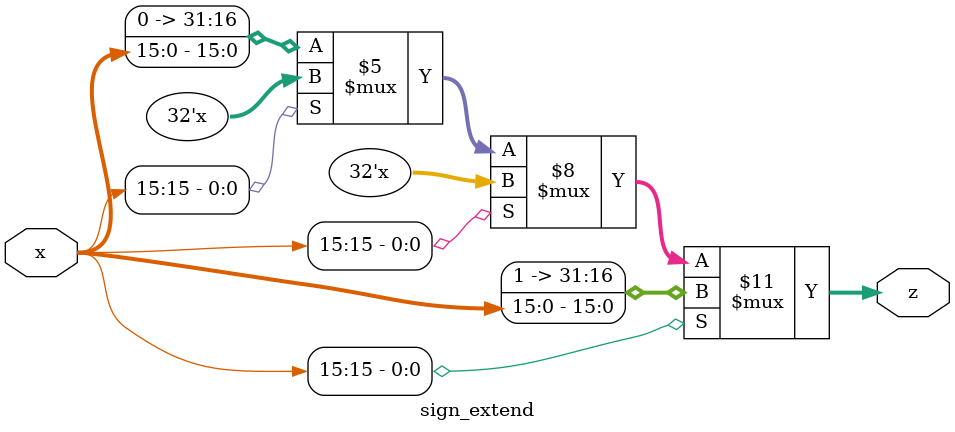
<source format=v>
module sign_extend(x,z);
input [15:0] x; // non extended input
output [31:0] z; // output extended  
reg z;  

always @ (x) begin
 
	if(x[15] == 1) begin
		z = { 16'b1111111111111111, x };
 	end

	 else if(x[15] == 0) begin
 		z= { 16'b0000000000000000, x };
 	end

end

endmodule

</source>
